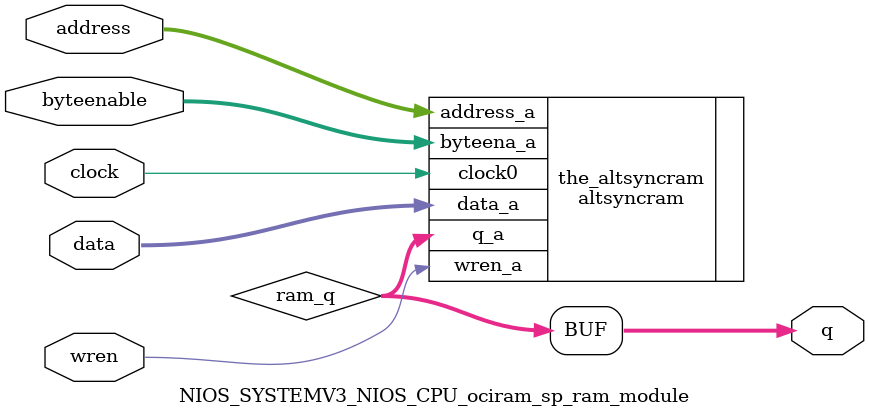
<source format=v>
module NIOS_SYSTEMV3_NIOS_CPU_ociram_sp_ram_module (
                                                     // inputs:
                                                      address,
                                                      byteenable,
                                                      clock,
                                                      data,
                                                      wren,
                                                     // outputs:
                                                      q
                                                   )
;
  parameter lpm_file = "UNUSED";
  output  [ 31: 0] q;
  input   [  7: 0] address;
  input   [  3: 0] byteenable;
  input            clock;
  input   [ 31: 0] data;
  input            wren;
  wire    [ 31: 0] q;
  wire    [ 31: 0] ram_q;
  assign q = ram_q;
  altsyncram the_altsyncram
    (
      .address_a (address),
      .byteena_a (byteenable),
      .clock0 (clock),
      .data_a (data),
      .q_a (ram_q),
      .wren_a (wren)
    );
  defparam the_altsyncram.init_file = lpm_file,
           the_altsyncram.maximum_depth = 0,
           the_altsyncram.numwords_a = 256,
           the_altsyncram.operation_mode = "SINGLE_PORT",
           the_altsyncram.outdata_reg_a = "UNREGISTERED",
           the_altsyncram.ram_block_type = "AUTO",
           the_altsyncram.width_a = 32,
           the_altsyncram.width_byteena_a = 4,
           the_altsyncram.widthad_a = 8;
endmodule
</source>
